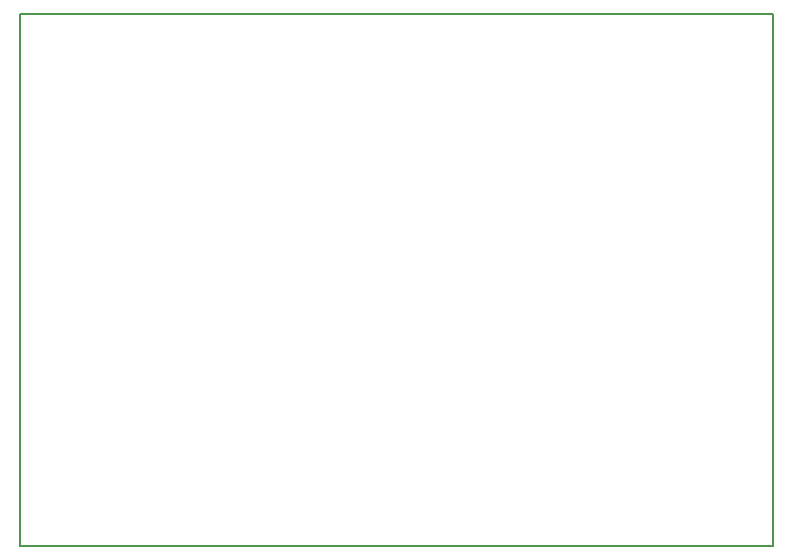
<source format=gbr>
%TF.GenerationSoftware,KiCad,Pcbnew,(5.1.6-0)*%
%TF.CreationDate,2020-10-15T16:42:25-05:00*%
%TF.ProjectId,BatBot,42617442-6f74-42e6-9b69-6361645f7063,rev?*%
%TF.SameCoordinates,Original*%
%TF.FileFunction,Profile,NP*%
%FSLAX46Y46*%
G04 Gerber Fmt 4.6, Leading zero omitted, Abs format (unit mm)*
G04 Created by KiCad (PCBNEW (5.1.6-0)) date 2020-10-15 16:42:25*
%MOMM*%
%LPD*%
G01*
G04 APERTURE LIST*
%TA.AperFunction,Profile*%
%ADD10C,0.150000*%
%TD*%
G04 APERTURE END LIST*
D10*
X158521400Y-74168000D02*
X94767400Y-74168000D01*
X158521400Y-119227600D02*
X158521400Y-74168000D01*
X94767400Y-119227600D02*
X158521400Y-119227600D01*
X94767400Y-74168000D02*
X94767400Y-119227600D01*
M02*

</source>
